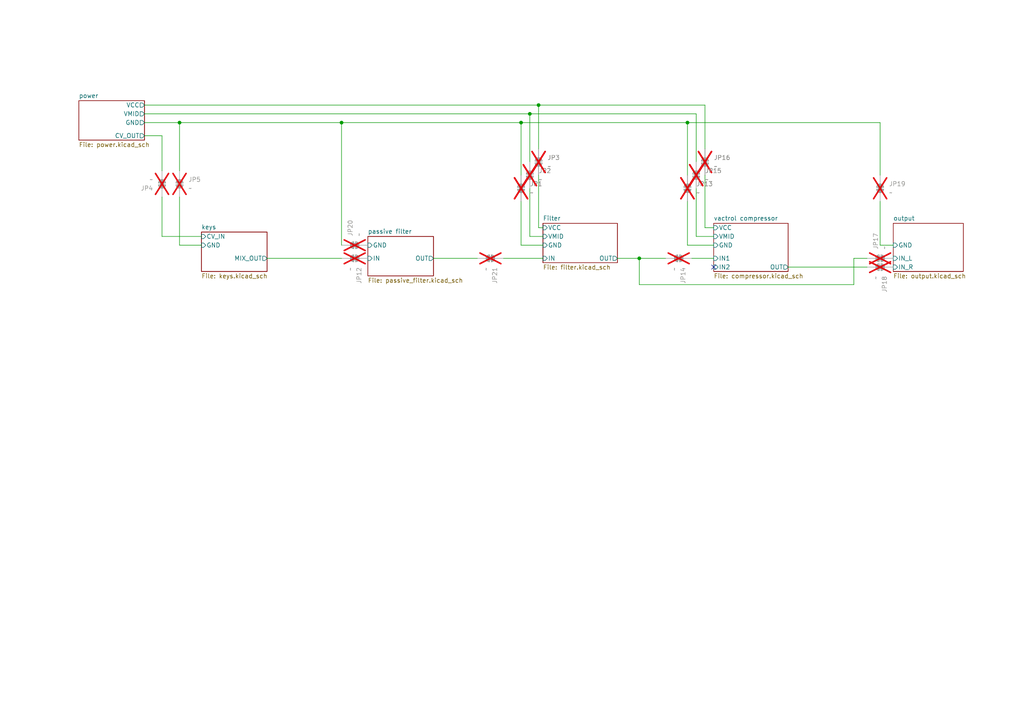
<source format=kicad_sch>
(kicad_sch (version 20231120) (generator "eeschema") (generator_version "8.0")
  (paper "A4")
  (lib_symbols
    (symbol "Jumper:SolderJumper_2_Bridged" (pin_numbers hide) (pin_names (offset 0) hide) (exclude_from_sim yes) (in_bom no)
      (property "Reference" "JP" (at 0 2.032 0))
      (property "Value" "SolderJumper_2_Bridged" (at 0 -2.54 0))
      (symbol "SolderJumper_2_Bridged_0_1"
        (rectangle (start -0.508 0.508) (end 0.508 -0.508) (fill (type outline)))
        (arc (start -0.254 1.016) (mid -1.2656 0) (end -0.254 -1.016))
        (arc (start -0.254 1.016) (mid -1.2656 0) (end -0.254 -1.016) (fill (type outline)))
        (polyline (pts (xy -0.254 1.016) (xy -0.254 -1.016)))
        (polyline (pts (xy 0.254 1.016) (xy 0.254 -1.016)))
        (arc (start 0.254 -1.016) (mid 1.2656 0) (end 0.254 1.016))
        (arc (start 0.254 -1.016) (mid 1.2656 0) (end 0.254 1.016) (fill (type outline)))
      )
      (symbol "SolderJumper_2_Bridged_1_1"
        (pin passive line (at -3.81 0 0) (length 2.54) (name "A") (number "1"))
        (pin passive line (at 3.81 0 180) (length 2.54) (name "B") (number "2"))
      )
    )
  )
  (junction (at 151.13 35.56))
  (junction (at 185.42 74.93))
  (junction (at 199.39 35.56))
  (junction (at 99.06 35.56))
  (junction (at 52.07 35.56))
  (junction (at 153.67 33.02))
  (junction (at 156.21 30.48))
  (no_connect (at 207.01 77.47))
  (wire (pts (xy 153.67 54.61) (xy 153.67 68.58)))
  (wire (pts (xy 247.65 74.93) (xy 251.46 74.93)))
  (wire (pts (xy 151.13 35.56) (xy 199.39 35.56)))
  (wire (pts (xy 200.66 74.93) (xy 207.01 74.93)))
  (wire (pts (xy 156.21 66.04) (xy 157.48 66.04)))
  (wire (pts (xy 199.39 35.56) (xy 199.39 50.8)))
  (wire (pts (xy 153.67 68.58) (xy 157.48 68.58)))
  (wire (pts (xy 204.47 50.8) (xy 204.47 66.04)))
  (wire (pts (xy 201.93 54.61) (xy 201.93 68.58)))
  (wire (pts (xy 199.39 71.12) (xy 207.01 71.12)))
  (wire (pts (xy 99.06 35.56) (xy 99.06 71.12)))
  (wire (pts (xy 52.07 35.56) (xy 99.06 35.56)))
  (wire (pts (xy 52.07 71.12) (xy 58.42 71.12)))
  (wire (pts (xy 179.07 74.93) (xy 185.42 74.93)))
  (wire (pts (xy 151.13 71.12) (xy 157.48 71.12)))
  (wire (pts (xy 156.21 30.48) (xy 204.47 30.48)))
  (wire (pts (xy 151.13 35.56) (xy 151.13 50.8)))
  (wire (pts (xy 204.47 30.48) (xy 204.47 43.18)))
  (wire (pts (xy 41.91 33.02) (xy 153.67 33.02)))
  (wire (pts (xy 41.91 35.56) (xy 52.07 35.56)))
  (wire (pts (xy 199.39 58.42) (xy 199.39 71.12)))
  (wire (pts (xy 156.21 50.8) (xy 156.21 66.04)))
  (wire (pts (xy 99.06 35.56) (xy 151.13 35.56)))
  (wire (pts (xy 52.07 35.56) (xy 52.07 49.53)))
  (wire (pts (xy 185.42 82.55) (xy 247.65 82.55)))
  (wire (pts (xy 204.47 66.04) (xy 207.01 66.04)))
  (wire (pts (xy 125.73 74.93) (xy 138.43 74.93)))
  (wire (pts (xy 255.27 58.42) (xy 255.27 71.12)))
  (wire (pts (xy 156.21 30.48) (xy 156.21 43.18)))
  (wire (pts (xy 228.6 77.47) (xy 251.46 77.47)))
  (wire (pts (xy 199.39 35.56) (xy 255.27 35.56)))
  (wire (pts (xy 153.67 33.02) (xy 201.93 33.02)))
  (wire (pts (xy 185.42 74.93) (xy 185.42 82.55)))
  (wire (pts (xy 77.47 74.93) (xy 99.06 74.93)))
  (wire (pts (xy 255.27 35.56) (xy 255.27 50.8)))
  (wire (pts (xy 201.93 46.99) (xy 201.93 33.02)))
  (wire (pts (xy 46.99 39.37) (xy 46.99 49.53)))
  (wire (pts (xy 41.91 30.48) (xy 156.21 30.48)))
  (wire (pts (xy 255.27 71.12) (xy 259.08 71.12)))
  (wire (pts (xy 201.93 68.58) (xy 207.01 68.58)))
  (wire (pts (xy 46.99 57.15) (xy 46.99 68.58)))
  (wire (pts (xy 58.42 68.58) (xy 46.99 68.58)))
  (wire (pts (xy 41.91 39.37) (xy 46.99 39.37)))
  (wire (pts (xy 52.07 57.15) (xy 52.07 71.12)))
  (wire (pts (xy 185.42 74.93) (xy 193.04 74.93)))
  (wire (pts (xy 146.05 74.93) (xy 157.48 74.93)))
  (wire (pts (xy 151.13 58.42) (xy 151.13 71.12)))
  (wire (pts (xy 153.67 33.02) (xy 153.67 46.99)))
  (wire (pts (xy 247.65 82.55) (xy 247.65 74.93)))
  (symbol (lib_id "Jumper:SolderJumper_2_Bridged") (at 102.87 71.12 0) (unit 1) (exclude_from_sim yes) (in_bom no) (dnp yes)
    (property "Reference" "JP20" (at 101.5999 68.58 90) (effects (justify left)))
    (property "Value" "~" (at 104.1399 68.58 90) (effects (justify left)))
    (property "Footprint" "Jumper:SolderJumper-2_P1.3mm_Bridged_RoundedPad1.0x1.5mm" (effects (hide yes)))
    (property "Description" "Solder Jumper, 2-pole, closed/bridged" (effects (hide yes)))
  )
  (symbol (lib_id "Jumper:SolderJumper_2_Bridged") (at 255.27 77.47 180) (unit 1) (exclude_from_sim yes) (in_bom no) (dnp yes)
    (property "Reference" "JP18" (at 256.5401 80.01 90) (effects (justify left)))
    (property "Value" "~" (at 254.0001 80.01 90) (effects (justify left)))
    (property "Footprint" "Jumper:SolderJumper-2_P1.3mm_Bridged_RoundedPad1.0x1.5mm" (effects (hide yes)))
    (property "Description" "Solder Jumper, 2-pole, closed/bridged" (effects (hide yes)))
  )
  (symbol (lib_id "Jumper:SolderJumper_2_Bridged") (at 46.99 53.34 90) (unit 1) (exclude_from_sim yes) (in_bom no) (dnp yes)
    (property "Reference" "JP4" (at 44.45 54.6101 90) (effects (justify left)))
    (property "Value" "~" (at 44.45 52.0701 90) (effects (justify left)))
    (property "Footprint" "Jumper:SolderJumper-2_P1.3mm_Bridged_RoundedPad1.0x1.5mm" (effects (hide yes)))
    (property "Description" "Solder Jumper, 2-pole, closed/bridged" (effects (hide yes)))
  )
  (symbol (lib_id "Jumper:SolderJumper_2_Bridged") (at 255.27 54.61 270) (unit 1) (exclude_from_sim yes) (in_bom no) (dnp yes)
    (property "Reference" "JP19" (at 257.81 53.3399 90) (effects (justify left)))
    (property "Value" "~" (at 257.81 55.8799 90) (effects (justify left)))
    (property "Footprint" "Jumper:SolderJumper-2_P1.3mm_Bridged_RoundedPad1.0x1.5mm" (effects (hide yes)))
    (property "Description" "Solder Jumper, 2-pole, closed/bridged" (effects (hide yes)))
  )
  (symbol (lib_id "Jumper:SolderJumper_2_Bridged") (at 151.13 54.61 270) (unit 1) (exclude_from_sim yes) (in_bom no) (dnp yes)
    (property "Reference" "JP1" (at 153.67 53.3399 90) (effects (justify left)))
    (property "Value" "~" (at 153.67 55.8799 90) (effects (justify left)))
    (property "Footprint" "Jumper:SolderJumper-2_P1.3mm_Bridged_RoundedPad1.0x1.5mm" (effects (hide yes)))
    (property "Description" "Solder Jumper, 2-pole, closed/bridged" (effects (hide yes)))
  )
  (symbol (lib_id "Jumper:SolderJumper_2_Bridged") (at 102.87 74.93 180) (unit 1) (exclude_from_sim yes) (in_bom no) (dnp yes)
    (property "Reference" "JP12" (at 104.1401 77.47 90) (effects (justify left)))
    (property "Value" "~" (at 101.6001 77.47 90) (effects (justify left)))
    (property "Footprint" "Jumper:SolderJumper-2_P1.3mm_Bridged_RoundedPad1.0x1.5mm" (effects (hide yes)))
    (property "Description" "Solder Jumper, 2-pole, closed/bridged" (effects (hide yes)))
  )
  (symbol (lib_id "Jumper:SolderJumper_2_Bridged") (at 255.27 74.93 0) (unit 1) (exclude_from_sim yes) (in_bom no) (dnp yes)
    (property "Reference" "JP17" (at 253.9999 72.39 90) (effects (justify left)))
    (property "Value" "~" (at 256.5399 72.39 90) (effects (justify left)))
    (property "Footprint" "Jumper:SolderJumper-2_P1.3mm_Bridged_RoundedPad1.0x1.5mm" (effects (hide yes)))
    (property "Description" "Solder Jumper, 2-pole, closed/bridged" (effects (hide yes)))
  )
  (symbol (lib_id "Jumper:SolderJumper_2_Bridged") (at 204.47 46.99 270) (unit 1) (exclude_from_sim yes) (in_bom no) (dnp yes)
    (property "Reference" "JP16" (at 207.01 45.7199 90) (effects (justify left)))
    (property "Value" "~" (at 207.01 48.2599 90) (effects (justify left)))
    (property "Footprint" "Jumper:SolderJumper-2_P1.3mm_Bridged_RoundedPad1.0x1.5mm" (effects (hide yes)))
    (property "Description" "Solder Jumper, 2-pole, closed/bridged" (effects (hide yes)))
  )
  (symbol (lib_id "Jumper:SolderJumper_2_Bridged") (at 142.24 74.93 180) (unit 1) (exclude_from_sim yes) (in_bom no) (dnp yes)
    (property "Reference" "JP21" (at 143.5101 77.47 90) (effects (justify left)))
    (property "Value" "~" (at 140.9701 77.47 90) (effects (justify left)))
    (property "Footprint" "Jumper:SolderJumper-2_P1.3mm_Bridged_RoundedPad1.0x1.5mm" (effects (hide yes)))
    (property "Description" "Solder Jumper, 2-pole, closed/bridged" (effects (hide yes)))
  )
  (symbol (lib_id "Jumper:SolderJumper_2_Bridged") (at 52.07 53.34 270) (unit 1) (exclude_from_sim yes) (in_bom no) (dnp yes)
    (property "Reference" "JP5" (at 54.61 52.0699 90) (effects (justify left)))
    (property "Value" "~" (at 54.61 54.6099 90) (effects (justify left)))
    (property "Footprint" "Jumper:SolderJumper-2_P1.3mm_Bridged_RoundedPad1.0x1.5mm" (effects (hide yes)))
    (property "Description" "Solder Jumper, 2-pole, closed/bridged" (effects (hide yes)))
  )
  (symbol (lib_id "Jumper:SolderJumper_2_Bridged") (at 196.85 74.93 180) (unit 1) (exclude_from_sim yes) (in_bom no) (dnp yes)
    (property "Reference" "JP14" (at 198.1201 77.47 90) (effects (justify left)))
    (property "Value" "~" (at 195.5801 77.47 90) (effects (justify left)))
    (property "Footprint" "Jumper:SolderJumper-2_P1.3mm_Bridged_RoundedPad1.0x1.5mm" (effects (hide yes)))
    (property "Description" "Solder Jumper, 2-pole, closed/bridged" (effects (hide yes)))
  )
  (symbol (lib_id "Jumper:SolderJumper_2_Bridged") (at 153.67 50.8 270) (unit 1) (exclude_from_sim yes) (in_bom no) (dnp yes)
    (property "Reference" "JP2" (at 156.21 49.5299 90) (effects (justify left)))
    (property "Value" "~" (at 156.21 52.0699 90) (effects (justify left)))
    (property "Footprint" "Jumper:SolderJumper-2_P1.3mm_Bridged_RoundedPad1.0x1.5mm" (effects (hide yes)))
    (property "Description" "Solder Jumper, 2-pole, closed/bridged" (effects (hide yes)))
  )
  (symbol (lib_id "Jumper:SolderJumper_2_Bridged") (at 199.39 54.61 270) (unit 1) (exclude_from_sim yes) (in_bom no) (dnp yes)
    (property "Reference" "JP13" (at 201.93 53.3399 90) (effects (justify left)))
    (property "Value" "~" (at 201.93 55.8799 90) (effects (justify left)))
    (property "Footprint" "Jumper:SolderJumper-2_P1.3mm_Bridged_RoundedPad1.0x1.5mm" (effects (hide yes)))
    (property "Description" "Solder Jumper, 2-pole, closed/bridged" (effects (hide yes)))
  )
  (symbol (lib_id "Jumper:SolderJumper_2_Bridged") (at 156.21 46.99 270) (unit 1) (exclude_from_sim yes) (in_bom no) (dnp yes)
    (property "Reference" "JP3" (at 158.75 45.7199 90) (effects (justify left)))
    (property "Value" "~" (at 158.75 48.2599 90) (effects (justify left)))
    (property "Footprint" "Jumper:SolderJumper-2_P1.3mm_Bridged_RoundedPad1.0x1.5mm" (effects (hide yes)))
    (property "Description" "Solder Jumper, 2-pole, closed/bridged" (effects (hide yes)))
  )
  (symbol (lib_id "Jumper:SolderJumper_2_Bridged") (at 201.93 50.8 270) (unit 1) (exclude_from_sim yes) (in_bom no) (dnp yes)
    (property "Reference" "JP15" (at 204.47 49.5299 90) (effects (justify left)))
    (property "Value" "~" (at 204.47 52.0699 90) (effects (justify left)))
    (property "Footprint" "Jumper:SolderJumper-2_P1.3mm_Bridged_RoundedPad1.0x1.5mm" (effects (hide yes)))
    (property "Description" "Solder Jumper, 2-pole, closed/bridged" (effects (hide yes)))
  )
  (sheet (at 22.86 29.21) (size 19.05 11.43) (stroke (width 0.1524))
    (property "Sheetname" "power" (at 22.86 28.4984 0) (effects (justify left bottom)))
    (property "Sheetfile" "power.kicad_sch" (at 22.86 41.2246 0) (effects (justify left top)))
    (pin "GND" output (at 41.91 35.56 0))
    (pin "CV_OUT" output (at 41.91 39.37 0))
    (pin "VMID" output (at 41.91 33.02 0))
    (pin "VCC" output (at 41.91 30.48 0))
  )
  (sheet (at 207.01 64.77) (size 21.59 13.97) (stroke (width 0.1524))
    (property "Sheetname" "vactrol compressor" (at 207.01 64.0584 0) (effects (justify left bottom)))
    (property "Sheetfile" "compressor.kicad_sch" (at 207.01 79.3246 0) (effects (justify left top)))
    (pin "OUT" output (at 228.6 77.47 0))
    (pin "IN2" input (at 207.01 77.47 180))
    (pin "IN1" input (at 207.01 74.93 180))
    (pin "VMID" input (at 207.01 68.58 180))
    (pin "GND" input (at 207.01 71.12 180))
    (pin "VCC" input (at 207.01 66.04 180))
  )
  (sheet (at 58.42 67.31) (size 19.05 11.43) (stroke (width 0.1524))
    (property "Sheetname" "keys" (at 58.42 66.5984 0) (effects (justify left bottom)))
    (property "Sheetfile" "keys.kicad_sch" (at 58.42 79.3246 0) (effects (justify left top)))
    (pin "MIX_OUT" output (at 77.47 74.93 0))
    (pin "GND" input (at 58.42 71.12 180))
    (pin "CV_IN" input (at 58.42 68.58 180))
  )
  (sheet (at 259.08 64.77) (size 20.32 13.97) (stroke (width 0.1524))
    (property "Sheetname" "output" (at 259.08 64.0584 0) (effects (justify left bottom)))
    (property "Sheetfile" "output.kicad_sch" (at 259.08 79.3246 0) (effects (justify left top)))
    (pin "IN_L" input (at 259.08 74.93 180))
    (pin "IN_R" input (at 259.08 77.47 180))
    (pin "GND" input (at 259.08 71.12 180))
  )
  (sheet (at 106.68 68.58) (size 19.05 11.43) (stroke (width 0.1524))
    (property "Sheetname" "passive filter" (at 106.68 67.8684 0) (effects (justify left bottom)))
    (property "Sheetfile" "passive_filter.kicad_sch" (at 106.68 80.5946 0) (effects (justify left top)))
    (pin "IN" input (at 106.68 74.93 180))
    (pin "OUT" output (at 125.73 74.93 0))
    (pin "GND" input (at 106.68 71.12 180))
  )
  (sheet (at 157.48 64.77) (size 21.59 11.43) (stroke (width 0.1524))
    (property "Sheetname" "Filter" (at 157.48 64.0584 0) (effects (justify left bottom)))
    (property "Sheetfile" "filter.kicad_sch" (at 157.48 76.7846 0) (effects (justify left top)))
    (pin "VMID" input (at 157.48 68.58 180))
    (pin "OUT" output (at 179.07 74.93 0))
    (pin "IN" input (at 157.48 74.93 180))
    (pin "VCC" input (at 157.48 66.04 180))
    (pin "GND" input (at 157.48 71.12 180))
  )
)
</source>
